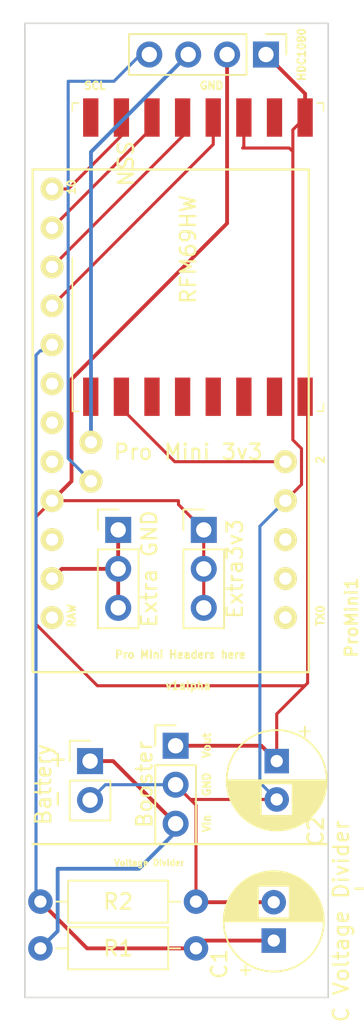
<source format=kicad_pcb>
(kicad_pcb (version 20211014) (generator pcbnew)
  (title_block (date "sam. 04 avril 2015"))
  (layers (0 "F.Cu" signal) (31 "B.Cu" signal) (34 "B.Paste" user) (35 "F.Paste" user) (36 "B.SilkS" user "B.Silkscreen") (37 "F.SilkS" user "F.Silkscreen") (38 "B.Mask" user) (39 "F.Mask" user) (44 "Edge.Cuts" user))
  (net 0 "")
  (net 1 "Net-(Booster1-Pad1)")
  (net 2 "GND")
  (net 3 "Net-(C1-Pad1)")
  (net 4 "+3V3")
  (net 17 "Net-(ProMini1-PadDI00)")
  (net 19 "Net-(ProMini1-PadMISO)")
  (net 20 "Net-(ProMini1-PadMOSI)")
  (net 21 "Net-(ProMini1-PadNSS)")
  (net 22 "Net-(ProMini1-PadSCK)")
  (net 23 "Net-(HDC1080-Pad3)")
  (net 24 "Net-(HDC1080-Pad4)")
  (net 25 "Net-(ExtraGND1-Pad1)")
  (footprint "RF_Module:HOPERF_RFM69HW" (layer "F.Cu") (at 104.775 66.04 90)
    (fp_text reference "RFM69HW1" hide)
    (fp_text value "RFM69HW")
    (fp_line (start -10.05 -8.2) (end -0.05 -8.2) (layer "F.SilkS") (width 0.1))
    (fp_line (start 10.05 -8.2) (end 10.05 -7.8) (layer "F.SilkS") (width 0.1))
    (fp_line (start -10.05 8.2) (end -9.55 8.2) (layer "F.SilkS") (width 0.1))
    (fp_line (start -10.05 7.8) (end -10.05 8.2) (layer "F.SilkS") (width 0.1))
    (fp_line (start 9.55 -8.2) (end 10.05 -8.2) (layer "F.SilkS") (width 0.1))
    (fp_line (start 9.55 8.2) (end 10.05 8.2) (layer "F.SilkS") (width 0.1))
    (fp_line (start 10.05 7.8) (end 10.05 8.2) (layer "F.SilkS") (width 0.1))
    (fp_line (start -10.05 -8.2) (end -10.05 -7.8) (layer "F.SilkS") (width 0.1))
    (pad "1" smd rect (at -9.1 -7 90) (size 2.5 1) (layers "F.Cu" "F.Paste" "F.Mask"))
    (pad "2" smd rect (at -9.1 -5 90) (size 2.5 1) (layers "F.Cu" "F.Paste" "F.Mask") (net 17 "Net-(ProMini1-PadDI00)"))
    (pad "3" smd rect (at -9.1 -3 90) (size 2.5 1) (layers "F.Cu" "F.Paste" "F.Mask"))
    (pad "4" smd rect (at -9.1 -1 90) (size 2.5 1) (layers "F.Cu" "F.Paste" "F.Mask"))
    (pad "5" smd rect (at -9.1 1 90) (size 2.5 1) (layers "F.Cu" "F.Paste" "F.Mask"))
    (pad "6" smd rect (at -9.1 3 90) (size 2.5 1) (layers "F.Cu" "F.Paste" "F.Mask"))
    (pad "7" smd rect (at -9.1 5 90) (size 2.5 1) (layers "F.Cu" "F.Paste" "F.Mask"))
    (pad "8" smd rect (at -9.1 7 90) (size 2.5 1) (layers "F.Cu" "F.Paste" "F.Mask") (net 1 "Net-(Booster1-Pad1)"))
    (pad "9" smd rect (at 9.1 7 90) (size 2.5 1) (layers "F.Cu" "F.Paste" "F.Mask") (net 2 "GND"))
    (pad "10" smd rect (at 9.1 5 90) (size 2.5 1) (layers "F.Cu" "F.Paste" "F.Mask"))
    (pad "11" smd rect (at 9.1 3 90) (size 2.5 1) (layers "F.Cu" "F.Paste" "F.Mask") (net 2 "GND"))
    (pad "12" smd rect (at 9.1 1 90) (size 2.5 1) (layers "F.Cu" "F.Paste" "F.Mask") (net 22 "Net-(ProMini1-PadSCK)"))
    (pad "13" smd rect (at 9.1 -1 90) (size 2.5 1) (layers "F.Cu" "F.Paste" "F.Mask") (net 19 "Net-(ProMini1-PadMISO)"))
    (pad "14" smd rect (at 9.1 -3 90) (size 2.5 1) (layers "F.Cu" "F.Paste" "F.Mask") (net 20 "Net-(ProMini1-PadMOSI)"))
    (pad "15" smd rect (at 9.1 -5 90) (size 2.5 1) (layers "F.Cu" "F.Paste" "F.Mask") (net 21 "Net-(ProMini1-PadNSS)"))
    (pad "16" smd rect (at 9.1 -7 90) (size 2.5 1) (layers "F.Cu" "F.Paste" "F.Mask"))
  )
  (footprint "Capacitor_THT:CP_Radial_D6.3mm_P2.50mm" (layer "F.Cu") (at 109.922 98.891 -90)
    (fp_text reference "C2" (at 4.572 -2.54 90) (layer "F.SilkS"))
    (fp_text value "C Booster")
    (fp_text user "${REFERENCE}" (at 4.573754 -2.553832 90) (layer "F.SilkS"))
    (fp_line (start 2.011 1.04) (end 2.011 3.141) (layer "F.SilkS") (width 0.12))
    (fp_line (start 1.49 1.04) (end 1.49 3.222) (layer "F.SilkS") (width 0.12))
    (fp_line (start 3.131 -2.636) (end 3.131 -1.04) (layer "F.SilkS") (width 0.12))
    (fp_line (start 3.211 1.04) (end 3.211 2.578) (layer "F.SilkS") (width 0.12))
    (fp_line (start 3.971 -1.776) (end 3.971 1.776) (layer "F.SilkS") (width 0.12))
    (fp_line (start 3.091 1.04) (end 3.091 2.664) (layer "F.SilkS") (width 0.12))
    (fp_line (start 1.77 -3.189) (end 1.77 -1.04) (layer "F.SilkS") (width 0.12))
    (fp_line (start 2.531 1.04) (end 2.531 2.97) (layer "F.SilkS") (width 0.12))
    (fp_line (start 2.611 1.04) (end 2.611 2.934) (layer "F.SilkS") (width 0.12))
    (fp_line (start 2.811 1.04) (end 2.811 2.834) (layer "F.SilkS") (width 0.12))
    (fp_line (start 1.61 -3.211) (end 1.61 -1.04) (layer "F.SilkS") (width 0.12))
    (fp_line (start 3.291 -2.516) (end 3.291 -1.04) (layer "F.SilkS") (width 0.12))
    (fp_line (start 2.651 -2.916) (end 2.651 -1.04) (layer "F.SilkS") (width 0.12))
    (fp_line (start 4.491 -0.402) (end 4.491 0.402) (layer "F.SilkS") (width 0.12))
    (fp_line (start 4.091 -1.581) (end 4.091 1.581) (layer "F.SilkS") (width 0.12))
    (fp_line (start -2.250241 -1.839) (end -1.620241 -1.839) (layer "F.SilkS") (width 0.12))
    (fp_line (start 2.451 -3.002) (end 2.451 -1.04) (layer "F.SilkS") (width 0.12))
    (fp_line (start 3.691 -2.137) (end 3.691 2.137) (layer "F.SilkS") (width 0.12))
    (fp_line (start 2.571 1.04) (end 2.571 2.952) (layer "F.SilkS") (width 0.12))
    (fp_line (start 4.171 -1.432) (end 4.171 1.432) (layer "F.SilkS") (width 0.12))
    (fp_line (start 3.371 1.04) (end 3.371 2.45) (layer "F.SilkS") (width 0.12))
    (fp_line (start 3.051 1.04) (end 3.051 2.69) (layer "F.SilkS") (width 0.12))
    (fp_line (start 3.451 1.04) (end 3.451 2.38) (layer "F.SilkS") (width 0.12))
    (fp_line (start 3.011 -2.716) (end 3.011 -1.04) (layer "F.SilkS") (width 0.12))
    (fp_line (start 1.971 1.04) (end 1.971 3.15) (layer "F.SilkS") (width 0.12))
    (fp_line (start 2.331 -3.047) (end 2.331 -1.04) (layer "F.SilkS") (width 0.12))
    (fp_line (start 1.81 1.04) (end 1.81 3.182) (layer "F.SilkS") (width 0.12))
    (fp_line (start 2.851 -2.812) (end 2.851 -1.04) (layer "F.SilkS") (width 0.12))
    (fp_line (start 4.131 -1.509) (end 4.131 1.509) (layer "F.SilkS") (width 0.12))
    (fp_line (start 1.61 1.04) (end 1.61 3.211) (layer "F.SilkS") (width 0.12))
    (fp_line (start 2.211 -3.086) (end 2.211 -1.04) (layer "F.SilkS") (width 0.12))
    (fp_line (start 2.931 -2.766) (end 2.931 -1.04) (layer "F.SilkS") (width 0.12))
    (fp_line (start 3.051 -2.69) (end 3.051 -1.04) (layer "F.SilkS") (width 0.12))
    (fp_line (start 1.69 1.04) (end 1.69 3.201) (layer "F.SilkS") (width 0.12))
    (fp_line (start 2.091 -3.121) (end 2.091 -1.04) (layer "F.SilkS") (width 0.12))
    (fp_line (start 2.171 1.04) (end 2.171 3.098) (layer "F.SilkS") (width 0.12))
    (fp_line (start 2.131 -3.11) (end 2.131 -1.04) (layer "F.SilkS") (width 0.12))
    (fp_line (start 3.131 1.04) (end 3.131 2.636) (layer "F.SilkS") (width 0.12))
    (fp_line (start 4.211 -1.35) (end 4.211 1.35) (layer "F.SilkS") (width 0.12))
    (fp_line (start 2.131 1.04) (end 2.131 3.11) (layer "F.SilkS") (width 0.12))
    (fp_line (start 4.291 -1.165) (end 4.291 1.165) (layer "F.SilkS") (width 0.12))
    (fp_line (start 2.211 1.04) (end 2.211 3.086) (layer "F.SilkS") (width 0.12))
    (fp_line (start 2.371 1.04) (end 2.371 3.033) (layer "F.SilkS") (width 0.12))
    (fp_line (start 2.811 -2.834) (end 2.811 -1.04) (layer "F.SilkS") (width 0.12))
    (fp_line (start 1.89 -3.167) (end 1.89 -1.04) (layer "F.SilkS") (width 0.12))
    (fp_line (start -1.935241 -2.154) (end -1.935241 -1.524) (layer "F.SilkS") (width 0.12))
    (fp_line (start 2.251 1.04) (end 2.251 3.074) (layer "F.SilkS") (width 0.12))
    (fp_line (start 1.65 -3.206) (end 1.65 -1.04) (layer "F.SilkS") (width 0.12))
    (fp_line (start 3.771 -2.044) (end 3.771 2.044) (layer "F.SilkS") (width 0.12))
    (fp_line (start 3.211 -2.578) (end 3.211 -1.04) (layer "F.SilkS") (width 0.12))
    (fp_line (start 3.011 1.04) (end 3.011 2.716) (layer "F.SilkS") (width 0.12))
    (fp_line (start 1.57 -3.215) (end 1.57 -1.04) (layer "F.SilkS") (width 0.12))
    (fp_line (start 3.931 -1.834) (end 3.931 1.834) (layer "F.SilkS") (width 0.12))
    (fp_line (start 4.051 -1.65) (end 4.051 1.65) (layer "F.SilkS") (width 0.12))
    (fp_line (start 2.051 1.04) (end 2.051 3.131) (layer "F.SilkS") (width 0.12))
    (fp_line (start 2.291 1.04) (end 2.291 3.061) (layer "F.SilkS") (width 0.12))
    (fp_line (start 3.091 -2.664) (end 3.091 -1.04) (layer "F.SilkS") (width 0.12))
    (fp_line (start 3.411 1.04) (end 3.411 2.416) (layer "F.SilkS") (width 0.12))
    (fp_line (start 1.45 -3.224) (end 1.45 3.224) (layer "F.SilkS") (width 0.12))
    (fp_line (start 1.53 -3.218) (end 1.53 -1.04) (layer "F.SilkS") (width 0.12))
    (fp_line (start 3.531 1.04) (end 3.531 2.305) (layer "F.SilkS") (width 0.12))
    (fp_line (start 3.331 1.04) (end 3.331 2.484) (layer "F.SilkS") (width 0.12))
    (fp_line (start 2.531 -2.97) (end 2.531 -1.04) (layer "F.SilkS") (width 0.12))
    (fp_line (start 2.491 1.04) (end 2.491 2.986) (layer "F.SilkS") (width 0.12))
    (fp_line (start 2.091 1.04) (end 2.091 3.121) (layer "F.SilkS") (width 0.12))
    (fp_line (start 2.851 1.04) (end 2.851 2.812) (layer "F.SilkS") (width 0.12))
    (fp_line (start 1.53 1.04) (end 1.53 3.218) (layer "F.SilkS") (width 0.12))
    (fp_line (start 3.411 -2.416) (end 3.411 -1.04) (layer "F.SilkS") (width 0.12))
    (fp_line (start 3.491 -2.343) (end 3.491 -1.04) (layer "F.SilkS") (width 0.12))
    (fp_line (start 3.651 -2.182) (end 3.651 2.182) (layer "F.SilkS") (width 0.12))
    (fp_line (start 1.65 1.04) (end 1.65 3.206) (layer "F.SilkS") (width 0.12))
    (fp_line (start 2.731 1.04) (end 2.731 2.876) (layer "F.SilkS") (width 0.12))
    (fp_line (start 1.85 -3.175) (end 1.85 -1.04) (layer "F.SilkS") (width 0.12))
    (fp_line (start 4.251 -1.262) (end 4.251 1.262) (layer "F.SilkS") (width 0.12))
    (fp_line (start 2.051 -3.131) (end 2.051 -1.04) (layer "F.SilkS") (width 0.12))
    (fp_line (start 1.89 1.04) (end 1.89 3.167) (layer "F.SilkS") (width 0.12))
    (fp_line (start 2.971 -2.742) (end 2.971 -1.04) (layer "F.SilkS") (width 0.12))
    (fp_line (start 3.371 -2.45) (end 3.371 -1.04) (layer "F.SilkS") (width 0.12))
    (fp_line (start 1.33 -3.23) (end 1.33 3.23) (layer "F.SilkS") (width 0.12))
    (fp_line (start 2.171 -3.098) (end 2.171 -1.04) (layer "F.SilkS") (width 0.12))
    (fp_line (start 1.29 -3.23) (end 1.29 3.23) (layer "F.SilkS") (width 0.12))
    (fp_line (start 3.171 1.04) (end 3.171 2.607) (layer "F.SilkS") (width 0.12))
    (fp_line (start 1.73 -3.195) (end 1.73 -1.04) (layer "F.SilkS") (width 0.12))
    (fp_line (start 3.611 -2.224) (end 3.611 2.224) (layer "F.SilkS") (width 0.12))
    (fp_line (start 1.971 -3.15) (end 1.971 -1.04) (layer "F.SilkS") (width 0.12))
    (fp_line (start 3.291 1.04) (end 3.291 2.516) (layer "F.SilkS") (width 0.12))
    (fp_line (start 3.891 -1.89) (end 3.891 1.89) (layer "F.SilkS") (width 0.12))
    (fp_line (start 2.411 -3.018) (end 2.411 -1.04) (layer "F.SilkS") (width 0.12))
    (fp_line (start 1.77 1.04) (end 1.77 3.189) (layer "F.SilkS") (width 0.12))
    (fp_line (start 2.971 1.04) (end 2.971 2.742) (layer "F.SilkS") (width 0.12))
    (fp_line (start 1.69 -3.201) (end 1.69 -1.04) (layer "F.SilkS") (width 0.12))
    (fp_line (start 2.491 -2.986) (end 2.491 -1.04) (layer "F.SilkS") (width 0.12))
    (fp_line (start 1.93 1.04) (end 1.93 3.159) (layer "F.SilkS") (width 0.12))
    (fp_line (start 2.891 -2.79) (end 2.891 -1.04) (layer "F.SilkS") (width 0.12))
    (fp_line (start 3.331 -2.484) (end 3.331 -1.04) (layer "F.SilkS") (width 0.12))
    (fp_line (start 4.451 -0.633) (end 4.451 0.633) (layer "F.SilkS") (width 0.12))
    (fp_line (start 1.81 -3.182) (end 1.81 -1.04) (layer "F.SilkS") (width 0.12))
    (fp_line (start 2.731 -2.876) (end 2.731 -1.04) (layer "F.SilkS") (width 0.12))
    (fp_line (start 1.25 -3.23) (end 1.25 3.23) (layer "F.SilkS") (width 0.12))
    (fp_line (start 3.171 -2.607) (end 3.171 -1.04) (layer "F.SilkS") (width 0.12))
    (fp_line (start 2.691 1.04) (end 2.691 2.896) (layer "F.SilkS") (width 0.12))
    (fp_line (start 2.331 1.04) (end 2.331 3.047) (layer "F.SilkS") (width 0.12))
    (fp_line (start 3.491 1.04) (end 3.491 2.343) (layer "F.SilkS") (width 0.12))
    (fp_line (start 1.93 -3.159) (end 1.93 -1.04) (layer "F.SilkS") (width 0.12))
    (fp_line (start 3.571 -2.265) (end 3.571 2.265) (layer "F.SilkS") (width 0.12))
    (fp_line (start 2.611 -2.934) (end 2.611 -1.04) (layer "F.SilkS") (width 0.12))
    (fp_line (start 3.851 -1.944) (end 3.851 1.944) (layer "F.SilkS") (width 0.12))
    (fp_line (start 1.37 -3.228) (end 1.37 3.228) (layer "F.SilkS") (width 0.12))
    (fp_line (start 2.291 -3.061) (end 2.291 -1.04) (layer "F.SilkS") (width 0.12))
    (fp_line (start 4.331 -1.059) (end 4.331 1.059) (layer "F.SilkS") (width 0.12))
    (fp_line (start 2.771 -2.856) (end 2.771 -1.04) (layer "F.SilkS") (width 0.12))
    (fp_line (start 3.251 -2.548) (end 3.251 -1.04) (layer "F.SilkS") (width 0.12))
    (fp_line (start 1.73 1.04) (end 1.73 3.195) (layer "F.SilkS") (width 0.12))
    (fp_line (start 2.451 1.04) (end 2.451 3.002) (layer "F.SilkS") (width 0.12))
    (fp_line (start 2.411 1.04) (end 2.411 3.018) (layer "F.SilkS") (width 0.12))
    (fp_line (start 3.251 1.04) (end 3.251 2.548) (layer "F.SilkS") (width 0.12))
    (fp_line (start 2.651 1.04) (end 2.651 2.916) (layer "F.SilkS") (width 0.12))
    (fp_line (start 1.85 1.04) (end 1.85 3.175) (layer "F.SilkS") (width 0.12))
    (fp_line (start 3.811 -1.995) (end 3.811 1.995) (layer "F.SilkS") (width 0.12))
    (fp_line (start 2.691 -2.896) (end 2.691 -1.04) (layer "F.SilkS") (width 0.12))
    (fp_line (start 4.011 -1.714) (end 4.011 1.714) (layer "F.SilkS") (width 0.12))
    (fp_line (start 1.49 -3.222) (end 1.49 -1.04) (layer "F.SilkS") (width 0.12))
    (fp_line (start 2.011 -3.141) (end 2.011 -1.04) (layer "F.SilkS") (width 0.12))
    (fp_line (start 4.371 -0.94) (end 4.371 0.94) (layer "F.SilkS") (width 0.12))
    (fp_line (start 2.251 -3.074) (end 2.251 -1.04) (layer "F.SilkS") (width 0.12))
    (fp_line (start 2.771 1.04) (end 2.771 2.856) (layer "F.SilkS") (width 0.12))
    (fp_line (start 3.731 -2.092) (end 3.731 2.092) (layer "F.SilkS") (width 0.12))
    (fp_line (start 3.531 -2.305) (end 3.531 -1.04) (layer "F.SilkS") (width 0.12))
    (fp_line (start 1.41 -3.227) (end 1.41 3.227) (layer "F.SilkS") (width 0.12))
    (fp_line (start 2.371 -3.033) (end 2.371 -1.04) (layer "F.SilkS") (width 0.12))
    (fp_line (start 3.451 -2.38) (end 3.451 -1.04) (layer "F.SilkS") (width 0.12))
    (fp_line (start 1.57 1.04) (end 1.57 3.215) (layer "F.SilkS") (width 0.12))
    (fp_line (start 2.931 1.04) (end 2.931 2.766) (layer "F.SilkS") (width 0.12))
    (fp_line (start 2.571 -2.952) (end 2.571 -1.04) (layer "F.SilkS") (width 0.12))
    (fp_line (start 2.891 1.04) (end 2.891 2.79) (layer "F.SilkS") (width 0.12))
    (fp_line (start 4.411 -0.802) (end 4.411 0.802) (layer "F.SilkS") (width 0.12))
    (fp_circle (center 1.25 0) (end 4.52 0) (layer "F.SilkS") (width 0.12) (fill none))
    (pad "1" thru_hole rect (at 0 0 270) (size 1.6 1.6) (drill 0.8) (layers *.Cu *.Mask) (net 1 "Net-(Booster1-Pad1)"))
    (pad "2" thru_hole circle (at 2.5 0 270) (size 1.6 1.6) (drill 0.8) (layers *.Cu *.Mask) (net 2 "GND"))
  )
  (footprint "Connector_PinHeader_2.54mm:PinHeader_1x03_P2.54mm_Vertical" (layer "F.Cu") (at 103.318 97.89)
    (fp_text reference "Booster1" hide)
    (fp_text value "Booster Pins")
    (fp_line (start -1.33 1.27) (end -1.33 6.41) (layer "F.SilkS") (width 0.12))
    (fp_line (start -1.33 1.27) (end 1.33 1.27) (layer "F.SilkS") (width 0.12))
    (fp_line (start 1.33 1.27) (end 1.33 6.41) (layer "F.SilkS") (width 0.12))
    (fp_line (start -1.33 6.41) (end 1.33 6.41) (layer "F.SilkS") (width 0.12))
    (fp_line (start -1.33 0) (end -1.33 -1.33) (layer "F.SilkS") (width 0.12))
    (fp_line (start -1.33 -1.33) (end 0 -1.33) (layer "F.SilkS") (width 0.12))
    (pad "1" thru_hole rect (at 0 0) (size 1.7 1.7) (drill 1) (layers *.Cu *.Mask) (net 1 "Net-(Booster1-Pad1)"))
    (pad "2" thru_hole oval (at 0 2.54) (size 1.7 1.7) (drill 1) (layers *.Cu *.Mask) (net 2 "GND"))
    (pad "3" thru_hole oval (at 0 5.08) (size 1.7 1.7) (drill 1) (layers *.Cu *.Mask) (net 4 "+3V3"))
  )
  (footprint "Connector_PinHeader_2.54mm:PinHeader_1x02_P2.54mm_Vertical" (layer "F.Cu") (at 97.73 98.891)
    (fp_text reference "J2" hide)
    (fp_text value "Battery")
    (fp_line (start -1.33 3.87) (end 1.33 3.87) (layer "F.SilkS") (width 0.12))
    (fp_line (start -1.33 1.27) (end -1.33 3.87) (layer "F.SilkS") (width 0.12))
    (fp_line (start 1.33 1.27) (end 1.33 3.87) (layer "F.SilkS") (width 0.12))
    (fp_line (start -1.33 0) (end -1.33 -1.33) (layer "F.SilkS") (width 0.12))
    (fp_line (start -1.33 1.27) (end 1.33 1.27) (layer "F.SilkS") (width 0.12))
    (fp_line (start -1.33 -1.33) (end 0 -1.33) (layer "F.SilkS") (width 0.12))
    (pad "1" thru_hole rect (at 0 0) (size 1.7 1.7) (drill 1) (layers *.Cu *.Mask) (net 4 "+3V3"))
    (pad "2" thru_hole oval (at 0 2.54) (size 1.7 1.7) (drill 1) (layers *.Cu *.Mask) (net 2 "GND"))
  )
  (footprint "Resistor_THT:R_Axial_DIN0207_L6.3mm_D2.5mm_P10.16mm_Horizontal" (layer "F.Cu") (at 94.488 111.098)
    (fp_text reference "R1" (at 5.08 0) (layer "F.SilkS"))
    (fp_text value "R1")
    (fp_line (start 1.81 -1.37) (end 1.81 1.37) (layer "F.SilkS") (width 0.12))
    (fp_line (start 8.35 -1.37) (end 1.81 -1.37) (layer "F.SilkS") (width 0.12))
    (fp_line (start 1.81 1.37) (end 8.35 1.37) (layer "F.SilkS") (width 0.12))
    (fp_line (start 9.12 0) (end 8.35 0) (layer "F.SilkS") (width 0.12))
    (fp_line (start 8.35 1.37) (end 8.35 -1.37) (layer "F.SilkS") (width 0.12))
    (fp_line (start 1.04 0) (end 1.81 0) (layer "F.SilkS") (width 0.12))
    (pad "1" thru_hole circle (at 0 0) (size 1.6 1.6) (drill 0.8) (layers *.Cu *.Mask) (net 4 "+3V3"))
    (pad "2" thru_hole oval (at 10.16 0) (size 1.6 1.6) (drill 0.8) (layers *.Cu *.Mask) (net 3 "Net-(C1-Pad1)"))
  )
  (footprint "Connector_PinHeader_2.54mm:PinHeader_1x03_P2.54mm_Vertical" (layer "F.Cu") (at 105.156 83.82)
    (fp_text reference "Extra3v3" (at 2.032 2.54 90) (layer "F.SilkS"))
    (fp_text value "Conn_01x03_Female")
    (fp_line (start -1.33 1.27) (end 1.33 1.27) (layer "F.SilkS") (width 0.12))
    (fp_line (start -1.33 0) (end -1.33 -1.33) (layer "F.SilkS") (width 0.12))
    (fp_line (start 1.33 1.27) (end 1.33 6.41) (layer "F.SilkS") (width 0.12))
    (fp_line (start -1.33 1.27) (end -1.33 6.41) (layer "F.SilkS") (width 0.12))
    (fp_line (start -1.33 -1.33) (end 0 -1.33) (layer "F.SilkS") (width 0.12))
    (fp_line (start -1.33 6.41) (end 1.33 6.41) (layer "F.SilkS") (width 0.12))
    (pad "1" thru_hole rect (at 0 0) (size 1.7 1.7) (drill 1) (layers *.Cu *.Mask) (net 1 "Net-(Booster1-Pad1)"))
    (pad "2" thru_hole oval (at 0 2.54) (size 1.7 1.7) (drill 1) (layers *.Cu *.Mask) (net 1 "Net-(Booster1-Pad1)"))
    (pad "3" thru_hole oval (at 0 5.08) (size 1.7 1.7) (drill 1) (layers *.Cu *.Mask) (net 1 "Net-(Booster1-Pad1)"))
  )
  (footprint "Connector_PinHeader_2.54mm:PinHeader_1x04_P2.54mm_Vertical" (layer "F.Cu") (at 109.22 52.832 -90)
    (fp_text reference "HDC1080" (at 0 -2.33 -90) (layer "F.SilkS") (effects (font (size 0.5 0.5) (thickness 0.125))))
    (fp_text value "HDC1080")
    (fp_line (start 1.33 1.27) (end 1.33 8.95) (layer "F.SilkS") (width 0.12))
    (fp_line (start -1.33 8.95) (end 1.33 8.95) (layer "F.SilkS") (width 0.12))
    (fp_line (start -1.33 0) (end -1.33 -1.33) (layer "F.SilkS") (width 0.12))
    (fp_line (start -1.33 1.27) (end 1.33 1.27) (layer "F.SilkS") (width 0.12))
    (fp_line (start -1.33 -1.33) (end 0 -1.33) (layer "F.SilkS") (width 0.12))
    (fp_line (start -1.33 1.27) (end -1.33 8.95) (layer "F.SilkS") (width 0.12))
    (pad "1" thru_hole rect (at 0 0 270) (size 1.7 1.7) (drill 1) (layers *.Cu *.Mask) (net 2 "GND"))
    (pad "2" thru_hole oval (at 0 2.54 270) (size 1.7 1.7) (drill 1) (layers *.Cu *.Mask) (net 1 "Net-(Booster1-Pad1)"))
    (pad "3" thru_hole oval (at 0 5.08 270) (size 1.7 1.7) (drill 1) (layers *.Cu *.Mask) (net 23 "Net-(HDC1080-Pad3)"))
    (pad "4" thru_hole oval (at 0 7.62 270) (size 1.7 1.7) (drill 1) (layers *.Cu *.Mask) (net 24 "Net-(HDC1080-Pad4)"))
  )
  (footprint "Resistor_THT:R_Axial_DIN0207_L6.3mm_D2.5mm_P10.16mm_Horizontal" (layer "F.Cu") (at 94.488 108.05)
    (fp_text reference "R2" (at 5.08 0) (layer "F.SilkS"))
    (fp_text value "R2")
    (fp_line (start 1.81 1.37) (end 8.35 1.37) (layer "F.SilkS") (width 0.12))
    (fp_line (start 8.35 1.37) (end 8.35 -1.37) (layer "F.SilkS") (width 0.12))
    (fp_line (start 9.12 0) (end 8.35 0) (layer "F.SilkS") (width 0.12))
    (fp_line (start 1.81 -1.37) (end 1.81 1.37) (layer "F.SilkS") (width 0.12))
    (fp_line (start 8.35 -1.37) (end 1.81 -1.37) (layer "F.SilkS") (width 0.12))
    (fp_line (start 1.04 0) (end 1.81 0) (layer "F.SilkS") (width 0.12))
    (pad "1" thru_hole circle (at 0 0) (size 1.6 1.6) (drill 0.8) (layers *.Cu *.Mask) (net 3 "Net-(C1-Pad1)"))
    (pad "2" thru_hole oval (at 10.16 0) (size 1.6 1.6) (drill 0.8) (layers *.Cu *.Mask) (net 2 "GND"))
  )
  (footprint "Capacitor_THT:CP_Radial_D6.3mm_P2.50mm" (layer "F.Cu") (at 109.728 110.59 90)
    (fp_text reference "C1" (at -1.524 -3.556 90) (layer "F.SilkS"))
    (fp_text value "C Voltage Divider" (at 1.25 4.4 90) (layer "F.SilkS"))
    (fp_line (start 3.251 -2.548) (end 3.251 -1.04) (layer "F.SilkS") (width 0.12))
    (fp_line (start 3.571 -2.265) (end 3.571 2.265) (layer "F.SilkS") (width 0.12))
    (fp_line (start 1.49 -3.222) (end 1.49 -1.04) (layer "F.SilkS") (width 0.12))
    (fp_line (start 3.371 1.04) (end 3.371 2.45) (layer "F.SilkS") (width 0.12))
    (fp_line (start 2.611 -2.934) (end 2.611 -1.04) (layer "F.SilkS") (width 0.12))
    (fp_line (start 1.971 1.04) (end 1.971 3.15) (layer "F.SilkS") (width 0.12))
    (fp_line (start 2.571 1.04) (end 2.571 2.952) (layer "F.SilkS") (width 0.12))
    (fp_line (start 4.211 -1.35) (end 4.211 1.35) (layer "F.SilkS") (width 0.12))
    (fp_line (start 3.331 1.04) (end 3.331 2.484) (layer "F.SilkS") (width 0.12))
    (fp_line (start 4.371 -0.94) (end 4.371 0.94) (layer "F.SilkS") (width 0.12))
    (fp_line (start 2.651 1.04) (end 2.651 2.916) (layer "F.SilkS") (width 0.12))
    (fp_line (start 1.29 -3.23) (end 1.29 3.23) (layer "F.SilkS") (width 0.12))
    (fp_line (start 3.291 -2.516) (end 3.291 -1.04) (layer "F.SilkS") (width 0.12))
    (fp_line (start 3.491 1.04) (end 3.491 2.343) (layer "F.SilkS") (width 0.12))
    (fp_line (start 1.77 -3.189) (end 1.77 -1.04) (layer "F.SilkS") (width 0.12))
    (fp_line (start 2.331 1.04) (end 2.331 3.047) (layer "F.SilkS") (width 0.12))
    (fp_line (start 3.291 1.04) (end 3.291 2.516) (layer "F.SilkS") (width 0.12))
    (fp_line (start 2.211 1.04) (end 2.211 3.086) (layer "F.SilkS") (width 0.12))
    (fp_line (start 3.811 -1.995) (end 3.811 1.995) (layer "F.SilkS") (width 0.12))
    (fp_line (start 3.931 -1.834) (end 3.931 1.834) (layer "F.SilkS") (width 0.12))
    (fp_line (start 4.131 -1.509) (end 4.131 1.509) (layer "F.SilkS") (width 0.12))
    (fp_line (start 1.971 -3.15) (end 1.971 -1.04) (layer "F.SilkS") (width 0.12))
    (fp_line (start 3.891 -1.89) (end 3.891 1.89) (layer "F.SilkS") (width 0.12))
    (fp_line (start 2.051 1.04) (end 2.051 3.131) (layer "F.SilkS") (width 0.12))
    (fp_line (start 1.65 -3.206) (end 1.65 -1.04) (layer "F.SilkS") (width 0.12))
    (fp_line (start 2.371 1.04) (end 2.371 3.033) (layer "F.SilkS") (width 0.12))
    (fp_line (start 2.971 1.04) (end 2.971 2.742) (layer "F.SilkS") (width 0.12))
    (fp_line (start 1.81 1.04) (end 1.81 3.182) (layer "F.SilkS") (width 0.12))
    (fp_line (start 2.131 1.04) (end 2.131 3.11) (layer "F.SilkS") (width 0.12))
    (fp_line (start 1.37 -3.228) (end 1.37 3.228) (layer "F.SilkS") (width 0.12))
    (fp_line (start 1.85 1.04) (end 1.85 3.175) (layer "F.SilkS") (width 0.12))
    (fp_line (start 2.011 -3.141) (end 2.011 -1.04) (layer "F.SilkS") (width 0.12))
    (fp_line (start 2.011 1.04) (end 2.011 3.141) (layer "F.SilkS") (width 0.12))
    (fp_line (start 3.651 -2.182) (end 3.651 2.182) (layer "F.SilkS") (width 0.12))
    (fp_line (start 2.731 1.04) (end 2.731 2.876) (layer "F.SilkS") (width 0.12))
    (fp_line (start 3.211 1.04) (end 3.211 2.578) (layer "F.SilkS") (width 0.12))
    (fp_line (start 3.131 -2.636) (end 3.131 -1.04) (layer "F.SilkS") (width 0.12))
    (fp_line (start 1.81 -3.182) (end 1.81 -1.04) (layer "F.SilkS") (width 0.12))
    (fp_line (start 1.69 -3.201) (end 1.69 -1.04) (layer "F.SilkS") (width 0.12))
    (fp_line (start 1.41 -3.227) (end 1.41 3.227) (layer "F.SilkS") (width 0.12))
    (fp_line (start 1.69 1.04) (end 1.69 3.201) (layer "F.SilkS") (width 0.12))
    (fp_line (start 2.371 -3.033) (end 2.371 -1.04) (layer "F.SilkS") (width 0.12))
    (fp_line (start 3.451 1.04) (end 3.451 2.38) (layer "F.SilkS") (width 0.12))
    (fp_line (start 3.491 -2.343) (end 3.491 -1.04) (layer "F.SilkS") (width 0.12))
    (fp_line (start 3.411 1.04) (end 3.411 2.416) (layer "F.SilkS") (width 0.12))
    (fp_line (start 2.851 1.04) (end 2.851 2.812) (layer "F.SilkS") (width 0.12))
    (fp_line (start 4.291 -1.165) (end 4.291 1.165) (layer "F.SilkS") (width 0.12))
    (fp_line (start 3.051 -2.69) (end 3.051 -1.04) (layer "F.SilkS") (width 0.12))
    (fp_line (start 2.131 -3.11) (end 2.131 -1.04) (layer "F.SilkS") (width 0.12))
    (fp_line (start 2.651 -2.916) (end 2.651 -1.04) (layer "F.SilkS") (width 0.12))
    (fp_line (start 2.931 -2.766) (end 2.931 -1.04) (layer "F.SilkS") (width 0.12))
    (fp_line (start 3.091 -2.664) (end 3.091 -1.04) (layer "F.SilkS") (width 0.12))
    (fp_line (start 2.891 1.04) (end 2.891 2.79) (layer "F.SilkS") (width 0.12))
    (fp_line (start 4.251 -1.262) (end 4.251 1.262) (layer "F.SilkS") (width 0.12))
    (fp_line (start 1.49 1.04) (end 1.49 3.222) (layer "F.SilkS") (width 0.12))
    (fp_line (start 2.931 1.04) (end 2.931 2.766) (layer "F.SilkS") (width 0.12))
    (fp_line (start 2.411 1.04) (end 2.411 3.018) (layer "F.SilkS") (width 0.12))
    (fp_line (start 1.93 -3.159) (end 1.93 -1.04) (layer "F.SilkS") (width 0.12))
    (fp_line (start 1.73 1.04) (end 1.73 3.195) (layer "F.SilkS") (width 0.12))
    (fp_line (start 2.571 -2.952) (end 2.571 -1.04) (layer "F.SilkS") (width 0.12))
    (fp_line (start 3.011 -2.716) (end 3.011 -1.04) (layer "F.SilkS") (width 0.12))
    (fp_line (start 1.61 1.04) (end 1.61 3.211) (layer "F.SilkS") (width 0.12))
    (fp_line (start 3.611 -2.224) (end 3.611 2.224) (layer "F.SilkS") (width 0.12))
    (fp_line (start 2.171 -3.098) (end 2.171 -1.04) (layer "F.SilkS") (width 0.12))
    (fp_line (start 4.411 -0.802) (end 4.411 0.802) (layer "F.SilkS") (width 0.12))
    (fp_line (start 1.57 -3.215) (end 1.57 -1.04) (layer "F.SilkS") (width 0.12))
    (fp_line (start 2.451 -3.002) (end 2.451 -1.04) (layer "F.SilkS") (width 0.12))
    (fp_line (start 3.211 -2.578) (end 3.211 -1.04) (layer "F.SilkS") (width 0.12))
    (fp_line (start 1.61 -3.211) (end 1.61 -1.04) (layer "F.SilkS") (width 0.12))
    (fp_line (start 1.65 1.04) (end 1.65 3.206) (layer "F.SilkS") (width 0.12))
    (fp_line (start 1.85 -3.175) (end 1.85 -1.04) (layer "F.SilkS") (width 0.12))
    (fp_line (start 1.89 -3.167) (end 1.89 -1.04) (layer "F.SilkS") (width 0.12))
    (fp_line (start 1.57 1.04) (end 1.57 3.215) (layer "F.SilkS") (width 0.12))
    (fp_line (start 2.251 1.04) (end 2.251 3.074) (layer "F.SilkS") (width 0.12))
    (fp_line (start 1.73 -3.195) (end 1.73 -1.04) (layer "F.SilkS") (width 0.12))
    (fp_line (start 3.531 -2.305) (end 3.531 -1.04) (layer "F.SilkS") (width 0.12))
    (fp_line (start 4.091 -1.581) (end 4.091 1.581) (layer "F.SilkS") (width 0.12))
    (fp_line (start 3.851 -1.944) (end 3.851 1.944) (layer "F.SilkS") (width 0.12))
    (fp_line (start 2.851 -2.812) (end 2.851 -1.04) (layer "F.SilkS") (width 0.12))
    (fp_line (start 3.251 1.04) (end 3.251 2.548) (layer "F.SilkS") (width 0.12))
    (fp_line (start 2.331 -3.047) (end 2.331 -1.04) (layer "F.SilkS") (width 0.12))
    (fp_line (start 1.45 -3.224) (end 1.45 3.224) (layer "F.SilkS") (width 0.12))
    (fp_line (start 3.451 -2.38) (end 3.451 -1.04) (layer "F.SilkS") (width 0.12))
    (fp_line (start 2.491 1.04) (end 2.491 2.986) (layer "F.SilkS") (width 0.12))
    (fp_line (start 4.491 -0.402) (end 4.491 0.402) (layer "F.SilkS") (width 0.12))
    (fp_line (start 3.731 -2.092) (end 3.731 2.092) (layer "F.SilkS") (width 0.12))
    (fp_line (start 1.89 1.04) (end 1.89 3.167) (layer "F.SilkS") (width 0.12))
    (fp_line (start 2.771 1.04) (end 2.771 2.856) (layer "F.SilkS") (width 0.12))
    (fp_line (start 2.411 -3.018) (end 2.411 -1.04) (layer "F.SilkS") (width 0.12))
    (fp_line (start 2.491 -2.986) (end 2.491 -1.04) (layer "F.SilkS") (width 0.12))
    (fp_line (start 4.171 -1.432) (end 4.171 1.432) (layer "F.SilkS") (width 0.12))
    (fp_line (start 1.53 1.04) (end 1.53 3.218) (layer "F.SilkS") (width 0.12))
    (fp_line (start 3.691 -2.137) (end 3.691 2.137) (layer "F.SilkS") (width 0.12))
    (fp_line (start 3.531 1.04) (end 3.531 2.305) (layer "F.SilkS") (width 0.12))
    (fp_line (start 2.091 -3.121) (end 2.091 -1.04) (layer "F.SilkS") (width 0.12))
    (fp_line (start 2.451 1.04) (end 2.451 3.002) (layer "F.SilkS") (width 0.12))
    (fp_line (start 4.331 -1.059) (end 4.331 1.059) (layer "F.SilkS") (width 0.12))
    (fp_line (start 3.371 -2.45) (end 3.371 -1.04) (layer "F.SilkS") (width 0.12))
    (fp_line (start 2.211 -3.086) (end 2.211 -1.04) (layer "F.SilkS") (width 0.12))
    (fp_line (start 2.691 1.04) (end 2.691 2.896) (layer "F.SilkS") (width 0.12))
    (fp_line (start 3.411 -2.416) (end 3.411 -1.04) (layer "F.SilkS") (width 0.12))
    (fp_line (start 3.331 -2.484) (end 3.331 -1.04) (layer "F.SilkS") (width 0.12))
    (fp_line (start 2.891 -2.79) (end 2.891 -1.04) (layer "F.SilkS") (width 0.12))
    (fp_line (start 3.171 1.04) (end 3.171 2.607) (layer "F.SilkS") (width 0.12))
    (fp_line (start 4.011 -1.714) (end 4.011 1.714) (layer "F.SilkS") (width 0.12))
    (fp_line (start 2.691 -2.896) (end 2.691 -1.04) (layer "F.SilkS") (width 0.12))
    (fp_line (start 2.171 1.04) (end 2.171 3.098) (layer "F.SilkS") (width 0.12))
    (fp_line (start 4.451 -0.633) (end 4.451 0.633) (layer "F.SilkS") (width 0.12))
    (fp_line (start -2.250241 -1.839) (end -1.620241 -1.839) (layer "F.SilkS") (width 0.12))
    (fp_line (start 3.091 1.04) (end 3.091 2.664) (layer "F.SilkS") (width 0.12))
    (fp_line (start 2.811 1.04) (end 2.811 2.834) (layer "F.SilkS") (width 0.12))
    (fp_line (start 3.171 -2.607) (end 3.171 -1.04) (layer "F.SilkS") (width 0.12))
    (fp_line (start 2.731 -2.876) (end 2.731 -1.04) (layer "F.SilkS") (width 0.12))
    (fp_line (start 4.051 -1.65) (end 4.051 1.65) (layer "F.SilkS") (width 0.12))
    (fp_line (start 1.77 1.04) (end 1.77 3.189) (layer "F.SilkS") (width 0.12))
    (fp_line (start 1.33 -3.23) (end 1.33 3.23) (layer "F.SilkS") (width 0.12))
    (fp_line (start 2.971 -2.742) (end 2.971 -1.04) (layer "F.SilkS") (width 0.12))
    (fp_line (start 2.811 -2.834) (end 2.811 -1.04) (layer "F.SilkS") (width 0.12))
    (fp_line (start 1.25 -3.23) (end 1.25 3.23) (layer "F.SilkS") (width 0.12))
    (fp_line (start 2.291 -3.061) (end 2.291 -1.04) (layer "F.SilkS") (width 0.12))
    (fp_line (start 3.971 -1.776) (end 3.971 1.776) (layer "F.SilkS") (width 0.12))
    (fp_line (start 3.051 1.04) (end 3.051 2.69) (layer "F.SilkS") (width 0.12))
    (fp_line (start 3.771 -2.044) (end 3.771 2.044) (layer "F.SilkS") (width 0.12))
    (fp_line (start 2.531 1.04) (end 2.531 2.97) (layer "F.SilkS") (width 0.12))
    (fp_line (start 3.011 1.04) (end 3.011 2.716) (layer "F.SilkS") (width 0.12))
    (fp_line (start 3.131 1.04) (end 3.131 2.636) (layer "F.SilkS") (width 0.12))
    (fp_line (start 1.53 -3.218) (end 1.53 -1.04) (layer "F.SilkS") (width 0.12))
    (fp_line (start 2.051 -3.131) (end 2.051 -1.04) (layer "F.SilkS") (width 0.12))
    (fp_line (start 1.93 1.04) (end 1.93 3.159) (layer "F.SilkS") (width 0.12))
    (fp_line (start 2.611 1.04) (end 2.611 2.934) (layer "F.SilkS") (width 0.12))
    (fp_line (start 2.091 1.04) (end 2.091 3.121) (layer "F.SilkS") (width 0.12))
    (fp_line (start 2.531 -2.97) (end 2.531 -1.04) (layer "F.SilkS") (width 0.12))
    (fp_line (start -1.935241 -2.154) (end -1.935241 -1.524) (layer "F.SilkS") (width 0.12))
    (fp_line (start 2.771 -2.856) (end 2.771 -1.04) (layer "F.SilkS") (width 0.12))
    (fp_line (start 2.251 -3.074) (end 2.251 -1.04) (layer "F.SilkS") (width 0.12))
    (fp_line (start 2.291 1.04) (end 2.291 3.061) (layer "F.SilkS") (width 0.12))
    (fp_circle (center 1.25 0) (end 4.52 0) (layer "F.SilkS") (width 0.12) (fill none))
    (pad "1" thru_hole rect (at 0 0 90) (size 1.6 1.6) (drill 0.8) (layers *.Cu *.Mask) (net 3 "Net-(C1-Pad1)"))
    (pad "2" thru_hole circle (at 2.5 0 90) (size 1.6 1.6) (drill 0.8) (layers *.Cu *.Mask) (net 2 "GND"))
  )
  (footprint "footprints:pro_mini_rfmshield" (layer "F.Cu") (at 102.87 75.565)
    (fp_text reference "ProMini1" (at 11.938 13.97 90) (layer "F.SilkS") (effects (font (size 0.8 0.8) (thickness 0.16))))
    (fp_text value "rfmshield_pro_mini_pins" hide)
    (fp_text user "Pro Mini 3v3" (at 1.27 3.175 unlocked) (layer "F.SilkS"))
    (fp_line (start 9.144 -15.24) (end -8.89 -15.24) (layer "F.SilkS") (width 0.15))
    (fp_line (start -8.89 17.526) (end -8.89 -15.24) (layer "F.SilkS") (width 0.15))
    (fp_line (start 9.144 -15.24) (end 9.144 17.526) (layer "F.SilkS") (width 0.15))
    (fp_line (start -8.89 17.526) (end 9.144 17.526) (layer "F.SilkS") (width 0.15))
    (pad "1" thru_hole circle (at 7.62 13.97 90) (size 1.50114 1.50114) (drill 0.8001) (layers *.Cu *.Mask "F.SilkS"))
    (pad "2" thru_hole circle (at 7.62 11.43 90) (size 1.50114 1.50114) (drill 0.8001) (layers *.Cu *.Mask "F.SilkS"))
    (pad "3" thru_hole circle (at 7.62 8.89 90) (size 1.50114 1.50114) (drill 0.8001) (layers *.Cu *.Mask "F.SilkS"))
    (pad "18" thru_hole circle (at -7.62 -1.27 90) (size 1.50114 1.50114) (drill 0.8001) (layers *.Cu *.Mask "F.SilkS"))
    (pad "19" thru_hole circle (at -7.62 1.27 90) (size 1.50114 1.50114) (drill 0.8001) (layers *.Cu *.Mask "F.SilkS"))
    (pad "20" thru_hole circle (at -7.62 3.81 90) (size 1.50114 1.50114) (drill 0.8001) (layers *.Cu *.Mask "F.SilkS"))
    (pad "22" thru_hole circle (at -7.62 8.89 90) (size 1.50114 1.50114) (drill 0.8001) (layers *.Cu *.Mask "F.SilkS"))
    (pad "DI00" thru_hole circle (at 7.62 3.81 90) (size 1.50114 1.50114) (drill 0.8001) (layers *.Cu *.Mask "F.SilkS") (net 17 "Net-(ProMini1-PadDI00)"))
    (pad "GND1" thru_hole circle (at 7.62 6.35 90) (size 1.50114 1.50114) (drill 0.8001) (layers *.Cu *.Mask "F.SilkS") (net 2 "GND"))
    (pad "GND2" thru_hole circle (at -7.62 11.43 90) (size 1.50114 1.50114) (drill 0.8001) (layers *.Cu *.Mask "F.SilkS") (net 25 "Net-(ExtraGND1-Pad1)"))
    (pad "MISO" thru_hole circle (at -7.62 -8.89 90) (size 1.50114 1.50114) (drill 0.8001) (layers *.Cu *.Mask "F.SilkS") (net 19 "Net-(ProMini1-PadMISO)"))
    (pad "MOSI" thru_hole circle (at -7.62 -11.43 90) (size 1.50114 1.50114) (drill 0.8001) (layers *.Cu *.Mask "F.SilkS") (net 20 "Net-(ProMini1-PadMOSI)"))
    (pad "NSS" thru_hole circle (at -7.62 -13.97 90) (size 1.50114 1.50114) (drill 0.8001) (layers *.Cu *.Mask "F.SilkS") (net 21 "Net-(ProMini1-PadNSS)"))
    (pad "RAW" thru_hole circle (at -7.62 13.97 90) (size 1.50114 1.50114) (drill 0.8001) (layers *.Cu *.Mask "F.SilkS"))
    (pad "SCK" thru_hole circle (at -7.62 -6.35 90) (size 1.50114 1.50114) (drill 0.8001) (layers *.Cu *.Mask "F.SilkS") (net 22 "Net-(ProMini1-PadSCK)"))
    (pad "SCL" thru_hole circle (at -5.08 5.08 90) (size 1.50114 1.50114) (drill 0.8001) (layers *.Cu *.Mask "F.SilkS") (net 24 "Net-(HDC1080-Pad4)"))
    (pad "SDA" thru_hole circle (at -5.08 2.54 90) (size 1.50114 1.50114) (drill 0.8001) (layers *.Cu *.Mask "F.SilkS") (net 23 "Net-(HDC1080-Pad3)"))
    (pad "VCC" thru_hole circle (at -7.62 6.35 90) (size 1.50114 1.50114) (drill 0.8001) (layers *.Cu *.Mask "F.SilkS") (net 1 "Net-(Booster1-Pad1)"))
    (pad "VolDiv" thru_hole circle (at -7.62 -3.81 90) (size 1.50114 1.50114) (drill 0.8001) (layers *.Cu *.Mask "F.SilkS") (net 3 "Net-(C1-Pad1)"))
  )
  (footprint "Connector_PinHeader_2.54mm:PinHeader_1x03_P2.54mm_Vertical" (layer "F.Cu") (at 99.568 83.82)
    (fp_text reference "ExtraGND1" hide)
    (fp_text value "Conn_01x03_Female")
    (fp_line (start -1.33 0) (end -1.33 -1.33) (layer "F.SilkS") (width 0.12))
    (fp_line (start -1.33 1.27) (end -1.33 6.41) (layer "F.SilkS") (width 0.12))
    (fp_line (start -1.33 1.27) (end 1.33 1.27) (layer "F.SilkS") (width 0.12))
    (fp_line (start -1.33 -1.33) (end 0 -1.33) (layer "F.SilkS") (width 0.12))
    (fp_line (start -1.33 6.41) (end 1.33 6.41) (layer "F.SilkS") (width 0.12))
    (fp_line (start 1.33 1.27) (end 1.33 6.41) (layer "F.SilkS") (width 0.12))
    (pad "1" thru_hole rect (at 0 0) (size 1.7 1.7) (drill 1) (layers *.Cu *.Mask) (net 25 "Net-(ExtraGND1-Pad1)"))
    (pad "2" thru_hole oval (at 0 2.54) (size 1.7 1.7) (drill 1) (layers *.Cu *.Mask) (net 25 "Net-(ExtraGND1-Pad1)"))
    (pad "3" thru_hole oval (at 0 5.08) (size 1.7 1.7) (drill 1) (layers *.Cu *.Mask) (net 25 "Net-(ExtraGND1-Pad1)"))
  )
  (gr_line (start 115.062 107.203) (end 115.57 107.203) (layer "F.SilkS") (width 0.15))
  (gr_line (start 93.98 104.3) (end 113.224 104.3) (layer "F.SilkS") (width 0.15))
  (gr_line (start 93.472 50.8) (end 113.284 50.8) (layer "Edge.Cuts") (width 0.1))
  (gr_line (start 93.472 114.3) (end 93.472 50.8) (layer "Edge.Cuts") (width 0.1))
  (gr_line (start 113.284 50.8) (end 113.284 114.3) (layer "Edge.Cuts") (width 0.1))
  (gr_line (start 113.284 114.3) (end 93.472 114.3) (layer "Edge.Cuts") (width 0.1))
  (gr_text "v1alpha\n" (at 104.14 93.98) (layer "F.SilkS") (effects (font (size 0.5 0.5) (thickness 0.125))))
  (gr_text "Booster" (at 101.286 100.415 -270) (layer "F.SilkS") (effects (font (size 1 1))))
  (gr_text "Pro Mini Headers here" (at 103.632 91.948) (layer "F.SilkS") (effects (font (size 0.5 0.5) (thickness 0.125))))
  (gr_text "GND\n" (at 105.35 100.415 -270) (layer "F.SilkS") (effects (font (size 0.5 0.5) (thickness 0.125))))
  (gr_text "2" (at 112.776 79.248 90) (layer "F.SilkS") (effects (font (size 0.5 0.5) (thickness 0.125))))
  (gr_text "TX0" (at 112.776 89.408 90) (layer "F.SilkS") (effects (font (size 0.5 0.5) (thickness 0.125))))
  (gr_text "Battery" (at 94.682 100.415 -270) (layer "F.SilkS") (effects (font (size 1 1))))
  (gr_text "+" (at 95.698 98.803379 -90) (layer "F.SilkS") (effects (font (size 1 1))))
  (gr_text "10" (at 96.52 61.468 90) (layer "F.SilkS") (effects (font (size 0.5 0.5) (thickness 0.125))))
  (gr_text "Vin" (at 105.35 102.955 -270) (layer "F.SilkS") (effects (font (size 0.5 0.5) (thickness 0.125))))
  (gr_text "RAW" (at 96.52 89.408 90) (layer "F.SilkS") (effects (font (size 0.5 0.5) (thickness 0.125))))
  (gr_text "-" (at 95.698 101.343379 -90) (layer "F.SilkS") (effects (font (size 1 1))))
  (gr_text "GND\n" (at 105.664 54.864) (layer "F.SilkS") (effects (font (size 0.5 0.5) (thickness 0.125))))
  (gr_text "SCL" (at 98.044 54.864) (layer "F.SilkS") (effects (font (size 0.5 0.5) (thickness 0.125))))
  (gr_text "Vout" (at 105.35 97.875 -270) (layer "F.SilkS") (effects (font (size 0.5 0.5) (thickness 0.125))))
  (gr_text "Voltage Divider" (at 101.6 105.525) (layer "F.SilkS") (effects (font (size 0.4 0.4) (thickness 0.1))))
  (gr_text "RFM69HW" (at 104.14 65.532 90) (layer "F.SilkS") (effects (font (size 1 1))))
  (gr_text "Extra GND" (at 101.6 86.36 90) (layer "F.SilkS") (effects (font (size 1 1))))
  (gr_text "NSS" (at 100.076 59.944 90) (layer "F.SilkS") (effects (font (size 1 1))))
  (segment (start 109.922 95.818) (end 109.922 98.891) (width 0.2) (layer "F.Cu") (net 1))
  (segment (start 108.921 97.89) (end 109.922 98.891) (width 0.25) (layer "F.Cu") (net 1))
  (segment (start 94.199919 82.965081) (end 94.199919 89.969959) (width 0.2) (layer "F.Cu") (net 1))
  (segment (start 98.20996 93.98) (end 111.76 93.98) (width 0.2) (layer "F.Cu") (net 1))
  (segment (start 96.52 80.645) (end 95.25 81.915) (width 0.25) (layer "F.Cu") (net 1))
  (segment (start 95.25 81.915) (end 94.199919 82.965081) (width 0.2) (layer "F.Cu") (net 1))
  (segment (start 103.505 81.915) (end 103.505 82.169) (width 0.2) (layer "F.Cu") (net 1))
  (segment (start 103.318 97.89) (end 108.921 97.89) (width 0.25) (layer "F.Cu") (net 1))
  (segment (start 96.52 73.995978) (end 96.52 80.645) (width 0.25) (layer "F.Cu") (net 1))
  (segment (start 111.939601 75.304601) (end 111.939601 93.800399) (width 0.2) (layer "F.Cu") (net 1))
  (segment (start 105.156 83.82) (end 105.156 86.36) (width 0.2) (layer "F.Cu") (net 1))
  (segment (start 111.775 75.14) (end 111.939601 75.304601) (width 0.2) (layer "F.Cu") (net 1))
  (segment (start 103.505 81.915) (end 95.25 81.915) (width 0.2) (layer "F.Cu") (net 1))
  (segment (start 106.68 63.835978) (end 96.52 73.995978) (width 0.25) (layer "F.Cu") (net 1))
  (segment (start 94.199919 89.969959) (end 98.20996 93.98) (width 0.2) (layer "F.Cu") (net 1))
  (segment (start 103.505 82.169) (end 105.156 83.82) (width 0.2) (layer "F.Cu") (net 1))
  (segment (start 105.156 88.9) (end 105.156 86.36) (width 0.2) (layer "F.Cu") (net 1))
  (segment (start 111.76 93.98) (end 109.922 95.818) (width 0.2) (layer "F.Cu") (net 1))
  (segment (start 111.939601 93.800399) (end 111.76 93.98) (width 0.2) (layer "F.Cu") (net 1))
  (segment (start 106.68 52.832) (end 106.68 63.835978) (width 0.25) (layer "F.Cu") (net 1))
  (segment (start 104.279 101.391) (end 109.922 101.391) (width 0.2) (layer "F.Cu") (net 2))
  (segment (start 110.975489 77.955489) (end 111.540081 78.520081) (width 0.2) (layer "F.Cu") (net 2))
  (segment (start 111.775 56.94) (end 110.975489 57.739511) (width 0.2) (layer "F.Cu") (net 2))
  (segment (start 107.775 58.849) (end 107.775 56.94) (width 0.2) (layer "F.Cu") (net 2))
  (segment (start 103.318 100.43) (end 104.648 101.76) (width 0.2) (layer "F.Cu") (net 2))
  (segment (start 103.318 100.43) (end 104.279 101.391) (width 0.2) (layer "F.Cu") (net 2))
  (segment (start 111.540081 80.864919) (end 110.49 81.915) (width 0.2) (layer "F.Cu") (net 2))
  (segment (start 110.744 58.928) (end 107.696 58.928) (width 0.2) (layer "F.Cu") (net 2))
  (segment (start 110.975489 59.159489) (end 110.744 58.928) (width 0.2) (layer "F.Cu") (net 2))
  (segment (start 110.975489 59.159489) (end 110.975489 77.955489) (width 0.2) (layer "F.Cu") (net 2))
  (segment (start 110.975489 57.739511) (end 110.975489 59.159489) (width 0.2) (layer "F.Cu") (net 2))
  (segment (start 111.775 55.387) (end 111.775 56.94) (width 0.25) (layer "F.Cu") (net 2))
  (segment (start 111.540081 78.520081) (end 111.540081 80.864919) (width 0.2) (layer "F.Cu") (net 2))
  (segment (start 104.648 101.76) (end 104.648 108.05) (width 0.2) (layer "F.Cu") (net 2))
  (segment (start 109.22 52.832) (end 111.775 55.387) (width 0.25) (layer "F.Cu") (net 2))
  (segment (start 107.696 58.928) (end 107.775 58.849) (width 0.2) (layer "F.Cu") (net 2))
  (segment (start 104.688 108.09) (end 104.648 108.05) (width 0.25) (layer "F.Cu") (net 2))
  (segment (start 109.728 108.09) (end 104.688 108.09) (width 0.25) (layer "F.Cu") (net 2))
  (segment (start 98.731 100.43) (end 99.747 100.43) (width 0.2) (layer "B.Cu") (net 2))
  (segment (start 99.747 100.43) (end 103.318 100.43) (width 0.2) (layer "B.Cu") (net 2))
  (segment (start 110.49 81.915) (end 108.822489 83.582511) (width 0.2) (layer "B.Cu") (net 2))
  (segment (start 108.822489 100.291489) (end 109.922 101.391) (width 0.2) (layer "B.Cu") (net 2))
  (segment (start 108.822489 83.582511) (end 108.822489 100.291489) (width 0.2) (layer "B.Cu") (net 2))
  (segment (start 97.73 101.431) (end 98.731 100.43) (width 0.2) (layer "B.Cu") (net 2))
  (segment (start 97.536 111.098) (end 94.488 108.05) (width 0.25) (layer "F.Cu") (net 3))
  (segment (start 105.156 110.59) (end 104.648 111.098) (width 0.25) (layer "F.Cu") (net 3))
  (segment (start 109.728 110.59) (end 105.156 110.59) (width 0.25) (layer "F.Cu") (net 3))
  (segment (start 104.648 111.098) (end 97.536 111.098) (width 0.25) (layer "F.Cu") (net 3))
  (segment (start 94.869 72.136) (end 94.488 72.136) (width 0.2) (layer "B.Cu") (net 3))
  (segment (start 94.199919 107.761919) (end 94.488 108.05) (width 0.2) (layer "B.Cu") (net 3))
  (segment (start 94.488 72.136) (end 94.199919 72.424081) (width 0.2) (layer "B.Cu") (net 3))
  (segment (start 94.199919 72.424081) (end 94.199919 107.761919) (width 0.2) (layer "B.Cu") (net 3))
  (segment (start 95.25 71.755) (end 94.869 72.136) (width 0.2) (layer "B.Cu") (net 3))
  (segment (start 99.239 98.891) (end 103.318 102.97) (width 0.25) (layer "F.Cu") (net 4))
  (segment (start 97.73 98.891) (end 99.239 98.891) (width 0.25) (layer "F.Cu") (net 4))
  (segment (start 95.612511 105.909489) (end 100.923511 105.909489) (width 0.25) (layer "B.Cu") (net 4))
  (segment (start 95.612511 105.909489) (end 95.612511 109.973489) (width 0.25) (layer "B.Cu") (net 4))
  (segment (start 95.612511 109.973489) (end 94.488 111.098) (width 0.25) (layer "B.Cu") (net 4))
  (segment (start 100.923511 105.909489) (end 103.318 103.515) (width 0.25) (layer "B.Cu") (net 4))
  (segment (start 103.26 79.375) (end 110.49 79.375) (width 0.2) (layer "F.Cu") (net 17))
  (segment (start 99.775 75.89) (end 103.26 79.375) (width 0.2) (layer "F.Cu") (net 17))
  (segment (start 99.775 75.14) (end 99.775 75.89) (width 0.2) (layer "F.Cu") (net 17))
  (segment (start 103.775 58.15) (end 103.775 56.94) (width 0.2) (layer "F.Cu") (net 19))
  (segment (start 95.25 66.675) (end 103.775 58.15) (width 0.2) (layer "F.Cu") (net 19))
  (segment (start 101.775 57.61) (end 101.775 56.94) (width 0.2) (layer "F.Cu") (net 20))
  (segment (start 95.25 64.135) (end 101.775 57.61) (width 0.2) (layer "F.Cu") (net 20))
  (segment (start 95.25 61.595) (end 96.311466 61.595) (width 0.2) (layer "F.Cu") (net 21))
  (segment (start 99.775 58.131466) (end 99.775 56.94) (width 0.2) (layer "F.Cu") (net 21))
  (segment (start 96.311466 61.595) (end 99.775 58.131466) (width 0.2) (layer "F.Cu") (net 21))
  (segment (start 95.25 69.215) (end 105.775 58.69) (width 0.2) (layer "F.Cu") (net 22))
  (segment (start 105.775 58.69) (end 105.775 56.94) (width 0.2) (layer "F.Cu") (net 22))
  (segment (start 104.14 52.832) (end 97.79 59.182) (width 0.25) (layer "B.Cu") (net 23))
  (segment (start 97.79 59.182) (end 97.79 78.105) (width 0.25) (layer "B.Cu") (net 23))
  (segment (start 96.300081 79.155081) (end 97.79 80.645) (width 0.2) (layer "B.Cu") (net 24))
  (segment (start 101.317497 52.549497) (end 99.291075 54.575919) (width 0.2) (layer "B.Cu") (net 24))
  (segment (start 96.300081 54.575919) (end 96.300081 79.155081) (width 0.2) (layer "B.Cu") (net 24))
  (segment (start 99.291075 54.575919) (end 96.300081 54.575919) (width 0.2) (layer "B.Cu") (net 24))
  (segment (start 99.187 85.979) (end 99.568 86.36) (width 0.25) (layer "F.Cu") (net 25))
  (segment (start 95.885 86.36) (end 95.25 86.995) (width 0.25) (layer "F.Cu") (net 25))
  (segment (start 99.568 86.36) (end 95.885 86.36) (width 0.25) (layer "F.Cu") (net 25))
  (segment (start 99.568 86.36) (end 99.568 88.9) (width 0.25) (layer "F.Cu") (net 25))
  (segment (start 99.568 83.82) (end 99.568 86.36) (width 0.25) (layer "F.Cu") (net 25))
)
</source>
